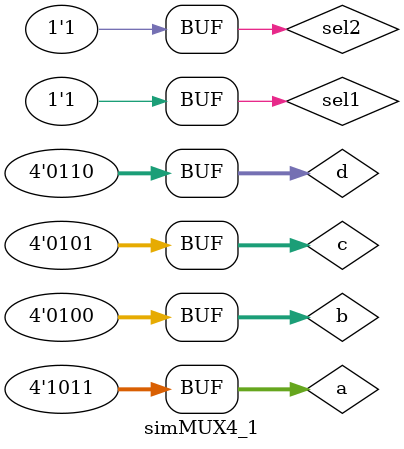
<source format=v>
`timescale 1ns / 1ps


module simMUX4_1;
    reg[3:0] a,b,c,d;
    reg sel1,sel2;
    wire[3:0] y;
    MUX4_1 unt(
        .a(a),
        .b(b),
        .c(c),
        .d(d),
        .sel1(sel1),
        .sel2(sel2),
        .y(y)
        );
    initial
    begin
        a<=4'b1011;
        b<=4'b0100;
        c<=4'b0101;
        d<=4'b0110;
                            
        sel1<=0;
        sel2<=0;
        
        #200
        sel1<=0;
        sel2<=1;
  
        #200
        sel1<=1;
        sel2<=0;
        
        #200
        sel1<=1;
        sel2<=1;
    end
endmodule










</source>
